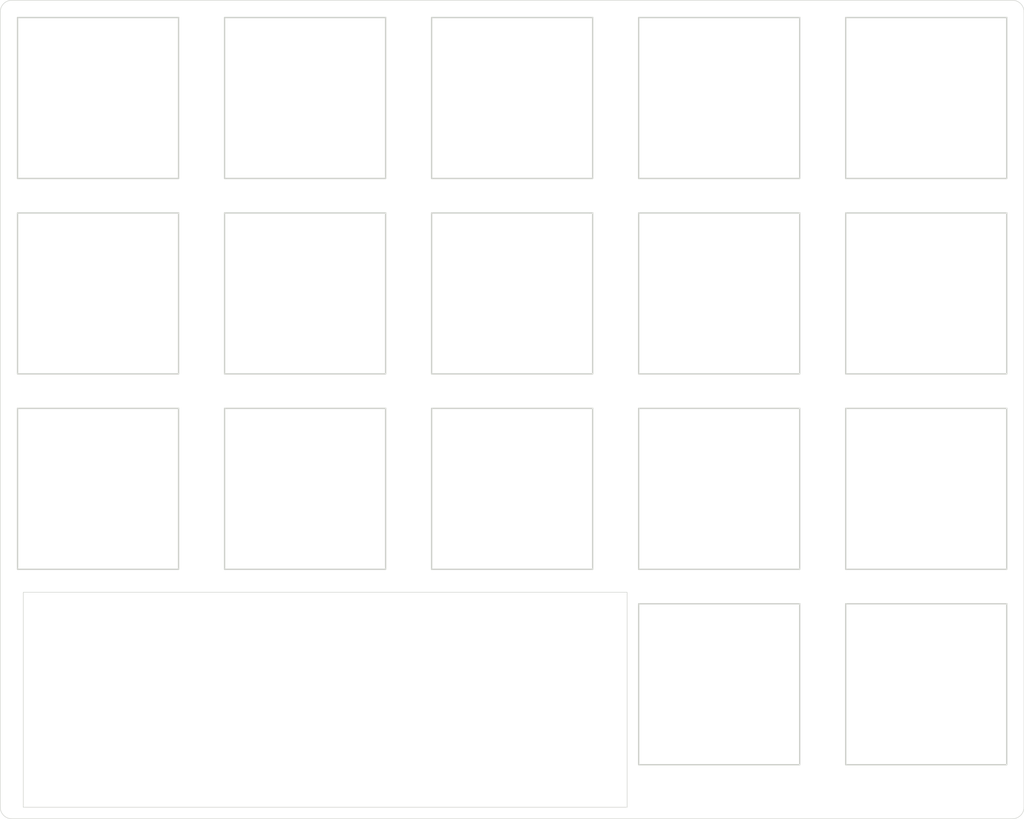
<source format=kicad_pcb>
(kicad_pcb (version 20211014) (generator pcbnew)
  (layers (0 "F.Cu" signal) (31 "B.Cu" signal) (34 "B.Paste" user) (35 "F.Paste" user) (36 "B.SilkS" user "B.Silkscreen") (37 "F.SilkS" user "F.Silkscreen") (38 "B.Mask" user) (39 "F.Mask" user) (44 "Edge.Cuts" user))
  (net 0 "")
  (footprint "" (layer "F.Cu") (at 88 65.5)
    (fp_text reference "" (at 0 0) (layer "F.SilkS") (effects (font (size 1.27 1.27))))
    (fp_text value "" (at 0 0) (layer "F.SilkS") (effects (font (size 1.27 1.27))))
    (pad "" np_thru_hole circle locked (at 0 0 180) (size 4.3 4.3) (drill 4.3) (layers *.Cu *.Mask))
  )
  (footprint "Kailh Switches:SW_PG1350_cut" (layer "F.Cu") (at 79 40)
    (fp_text reference "SW12" hide)
    (fp_text value "SW_Push" hide)
    (fp_rect (start 7 -7) (end -7 7) (layer "Edge.Cuts") (width 0.12) (fill none))
  )
  (footprint "Kailh Switches:SW_PG1350_cut" (layer "F.Cu") (at 43 23)
    (fp_text reference "SW12" hide)
    (fp_text value "SW_Push" hide)
    (fp_rect (start 7 -7) (end -7 7) (layer "Edge.Cuts") (width 0.12) (fill none))
  )
  (footprint "Kailh Switches:SW_PG1350_cut" (layer "F.Cu") (at 97 57)
    (fp_text reference "SW12" hide)
    (fp_text value "SW_Push" hide)
    (fp_rect (start 7 -7) (end -7 7) (layer "Edge.Cuts") (width 0.12) (fill none))
  )
  (footprint "Kailh Switches:SW_PG1350_cut" (layer "F.Cu") (at 97 74)
    (fp_text reference "SW12" hide)
    (fp_text value "SW_Push" hide)
    (fp_rect (start 7 -7) (end -7 7) (layer "Edge.Cuts") (width 0.12) (fill none))
  )
  (footprint "Kailh Switches:SW_PG1350_cut" (layer "F.Cu") (at 61 23)
    (fp_text reference "SW12" hide)
    (fp_text value "SW_Push" hide)
    (fp_rect (start 7 -7) (end -7 7) (layer "Edge.Cuts") (width 0.12) (fill none))
  )
  (footprint "Kailh Switches:SW_PG1350_cut" (layer "F.Cu") (at 79 74)
    (fp_text reference "SW12" hide)
    (fp_text value "SW_Push" hide)
    (fp_rect (start 7 -7) (end -7 7) (layer "Edge.Cuts") (width 0.12) (fill none))
  )
  (footprint "Kailh Switches:SW_PG1350_cut" (layer "F.Cu") (at 43 57)
    (fp_text reference "SW12" hide)
    (fp_text value "SW_Push" hide)
    (fp_rect (start 7 -7) (end -7 7) (layer "Edge.Cuts") (width 0.12) (fill none))
  )
  (footprint "Kailh Switches:SW_PG1350_cut" (layer "F.Cu") (at 43 40)
    (fp_text reference "SW12" hide)
    (fp_text value "SW_Push" hide)
    (fp_rect (start 7 -7) (end -7 7) (layer "Edge.Cuts") (width 0.12) (fill none))
  )
  (footprint "Kailh Switches:SW_PG1350_cut" (layer "F.Cu") (at 97 23)
    (fp_text reference "SW12" hide)
    (fp_text value "SW_Push" hide)
    (fp_rect (start 7 -7) (end -7 7) (layer "Edge.Cuts") (width 0.12) (fill none))
  )
  (footprint "" (layer "F.Cu") (at 88 31.5)
    (fp_text reference "" (at 0 0) (layer "F.SilkS") (effects (font (size 1.27 1.27))))
    (fp_text value "" (at 0 0) (layer "F.SilkS") (effects (font (size 1.27 1.27))))
    (pad "" np_thru_hole circle locked (at 0 0 180) (size 4.3 4.3) (drill 4.3) (layers *.Cu *.Mask))
  )
  (footprint "Kailh Switches:SW_PG1350_cut" (layer "F.Cu") (at 61 40)
    (fp_text reference "SW12" hide)
    (fp_text value "SW_Push" hide)
    (fp_rect (start 7 -7) (end -7 7) (layer "Edge.Cuts") (width 0.12) (fill none))
  )
  (footprint "Kailh Switches:SW_PG1350_cut" (layer "F.Cu") (at 97 40)
    (fp_text reference "SW12" hide)
    (fp_text value "SW_Push" hide)
    (fp_rect (start 7 -7) (end -7 7) (layer "Edge.Cuts") (width 0.12) (fill none))
  )
  (footprint "Kailh Switches:SW_PG1350_cut" (layer "F.Cu") (at 25 40)
    (fp_text reference "SW12" hide)
    (fp_text value "SW_Push" hide)
    (fp_rect (start 7 -7) (end -7 7) (layer "Edge.Cuts") (width 0.12) (fill none))
  )
  (footprint "Kailh Switches:SW_PG1350_cut" (layer "F.Cu") (at 25 57)
    (fp_text reference "SW12" hide)
    (fp_text value "SW_Push" hide)
    (fp_rect (start 7 -7) (end -7 7) (layer "Edge.Cuts") (width 0.12) (fill none))
  )
  (footprint "Kailh Switches:SW_PG1350_cut" (layer "F.Cu") (at 25 23)
    (fp_text reference "SW12" hide)
    (fp_text value "SW_Push" hide)
    (fp_rect (start 7 -7) (end -7 7) (layer "Edge.Cuts") (width 0.12) (fill none))
  )
  (footprint "Kailh Switches:SW_PG1350_cut" (layer "F.Cu") (at 79 23)
    (fp_text reference "SW12" hide)
    (fp_text value "SW_Push" hide)
    (fp_rect (start 7 -7) (end -7 7) (layer "Edge.Cuts") (width 0.12) (fill none))
  )
  (footprint "" (layer "F.Cu") (at 34 31.5)
    (fp_text reference "" (at 0 0) (layer "F.SilkS") (effects (font (size 1.27 1.27))))
    (fp_text value "" (at 0 0) (layer "F.SilkS") (effects (font (size 1.27 1.27))))
    (pad "" np_thru_hole circle locked (at 0 0 180) (size 4.3 4.3) (drill 4.3) (layers *.Cu *.Mask))
  )
  (footprint "Kailh Switches:SW_PG1350_cut" (layer "F.Cu") (at 79 57)
    (fp_text reference "SW12" hide)
    (fp_text value "SW_Push" hide)
    (fp_rect (start 7 -7) (end -7 7) (layer "Edge.Cuts") (width 0.12) (fill none))
  )
  (footprint "Kailh Switches:SW_PG1350_cut" (layer "F.Cu") (at 61 57)
    (fp_text reference "SW12" hide)
    (fp_text value "SW_Push" hide)
    (fp_rect (start 7 -7) (end -7 7) (layer "Edge.Cuts") (width 0.12) (fill none))
  )
  (gr_line (start 104.500001 85.700001) (end 17.500001 85.700001) (layer "Edge.Cuts") (width 0.05))
  (gr_line (start 16.500001 15.500001) (end 16.500001 84.700001) (layer "Edge.Cuts") (width 0.05))
  (gr_arc (start 16.500001 15.500001) (mid 16.792894 14.792894) (end 17.500001 14.500001) (layer "Edge.Cuts") (width 0.05))
  (gr_arc (start 17.500001 85.700001) (mid 16.792894 85.407108) (end 16.500001 84.700001) (layer "Edge.Cuts") (width 0.05))
  (gr_line (start 17.500001 14.500001) (end 104.500001 14.500001) (layer "Edge.Cuts") (width 0.05))
  (gr_arc (start 104.500001 14.500001) (mid 105.207107 14.792895) (end 105.500001 15.500001) (layer "Edge.Cuts") (width 0.05))
  (gr_arc (start 105.500001 84.700001) (mid 105.207107 85.407107) (end 104.500001 85.700001) (layer "Edge.Cuts") (width 0.05))
  (gr_rect (start 71.000001 66.000001) (end 18.500001 84.700001) (layer "Edge.Cuts") (width 0.05) (fill none))
  (gr_line (start 105.500001 15.500001) (end 105.500001 84.700001) (layer "Edge.Cuts") (width 0.05))
)
</source>
